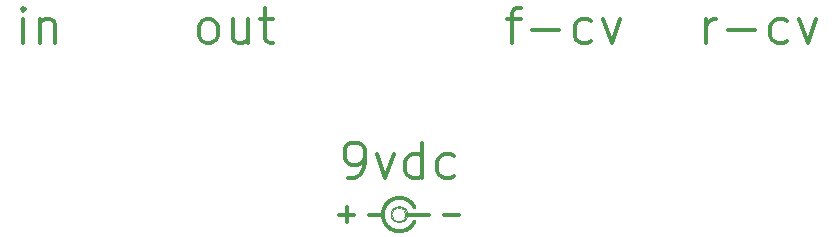
<source format=gto>
G04 #@! TF.GenerationSoftware,KiCad,Pcbnew,5.1.10-88a1d61d58~88~ubuntu20.04.1*
G04 #@! TF.CreationDate,2021-06-29T16:33:38-04:00*
G04 #@! TF.ProjectId,whooshy_sound_jack_panel,77686f6f-7368-4795-9f73-6f756e645f6a,0*
G04 #@! TF.SameCoordinates,Original*
G04 #@! TF.FileFunction,Legend,Top*
G04 #@! TF.FilePolarity,Positive*
%FSLAX46Y46*%
G04 Gerber Fmt 4.6, Leading zero omitted, Abs format (unit mm)*
G04 Created by KiCad (PCBNEW 5.1.10-88a1d61d58~88~ubuntu20.04.1) date 2021-06-29 16:33:38*
%MOMM*%
%LPD*%
G01*
G04 APERTURE LIST*
%ADD10C,0.300000*%
%ADD11C,0.120000*%
%ADD12C,1.100000*%
G04 APERTURE END LIST*
D10*
X112395000Y-56515000D02*
X113030000Y-56515000D01*
X112395000Y-57150000D02*
X112395000Y-56515000D01*
X112395000Y-55880000D02*
X112395000Y-56515000D01*
X111760000Y-56515000D02*
X112395000Y-56515000D01*
X114300000Y-56515000D02*
X115400000Y-56515000D01*
X120650000Y-56515000D02*
X121920000Y-56515000D01*
X116840000Y-56515000D02*
X119380000Y-56515000D01*
D11*
X117363634Y-56515000D02*
G75*
G03*
X117363634Y-56515000I-523634J0D01*
G01*
X117289013Y-56515000D02*
G75*
G03*
X117289013Y-56515000I-449013J0D01*
G01*
X117226255Y-56515000D02*
G75*
G03*
X117226255Y-56515000I-386255J0D01*
G01*
X117163788Y-56515000D02*
G75*
G03*
X117163788Y-56515000I-323788J0D01*
G01*
X117094000Y-56515000D02*
G75*
G03*
X117094000Y-56515000I-254000J0D01*
G01*
X117030500Y-56515000D02*
G75*
G03*
X117030500Y-56515000I-190500J0D01*
G01*
X116967000Y-56515000D02*
G75*
G03*
X116967000Y-56515000I-127000J0D01*
G01*
X116903500Y-56515000D02*
G75*
G03*
X116903500Y-56515000I-63500J0D01*
G01*
D10*
X118110332Y-57149333D02*
G75*
G02*
X118109999Y-55880001I-1270332J634333D01*
G01*
D11*
X117475000Y-56515000D02*
G75*
G03*
X117475000Y-56515000I-635000J0D01*
G01*
D10*
X112482857Y-53427142D02*
X113054285Y-53427142D01*
X113340000Y-53284285D01*
X113482857Y-53141428D01*
X113768571Y-52712857D01*
X113911428Y-52141428D01*
X113911428Y-50998571D01*
X113768571Y-50712857D01*
X113625714Y-50570000D01*
X113340000Y-50427142D01*
X112768571Y-50427142D01*
X112482857Y-50570000D01*
X112340000Y-50712857D01*
X112197142Y-50998571D01*
X112197142Y-51712857D01*
X112340000Y-51998571D01*
X112482857Y-52141428D01*
X112768571Y-52284285D01*
X113340000Y-52284285D01*
X113625714Y-52141428D01*
X113768571Y-51998571D01*
X113911428Y-51712857D01*
X114911428Y-51427142D02*
X115625714Y-53427142D01*
X116340000Y-51427142D01*
X118768571Y-53427142D02*
X118768571Y-50427142D01*
X118768571Y-53284285D02*
X118482857Y-53427142D01*
X117911428Y-53427142D01*
X117625714Y-53284285D01*
X117482857Y-53141428D01*
X117340000Y-52855714D01*
X117340000Y-51998571D01*
X117482857Y-51712857D01*
X117625714Y-51570000D01*
X117911428Y-51427142D01*
X118482857Y-51427142D01*
X118768571Y-51570000D01*
X121482857Y-53284285D02*
X121197142Y-53427142D01*
X120625714Y-53427142D01*
X120340000Y-53284285D01*
X120197142Y-53141428D01*
X120054285Y-52855714D01*
X120054285Y-51998571D01*
X120197142Y-51712857D01*
X120340000Y-51570000D01*
X120625714Y-51427142D01*
X121197142Y-51427142D01*
X121482857Y-51570000D01*
X142820000Y-41997142D02*
X142820000Y-39997142D01*
X142820000Y-40568571D02*
X142962857Y-40282857D01*
X143105714Y-40140000D01*
X143391428Y-39997142D01*
X143677142Y-39997142D01*
X144677142Y-40854285D02*
X146962857Y-40854285D01*
X149677142Y-41854285D02*
X149391428Y-41997142D01*
X148820000Y-41997142D01*
X148534285Y-41854285D01*
X148391428Y-41711428D01*
X148248571Y-41425714D01*
X148248571Y-40568571D01*
X148391428Y-40282857D01*
X148534285Y-40140000D01*
X148820000Y-39997142D01*
X149391428Y-39997142D01*
X149677142Y-40140000D01*
X150677142Y-39997142D02*
X151391428Y-41997142D01*
X152105714Y-39997142D01*
X125952857Y-39997142D02*
X127095714Y-39997142D01*
X126381428Y-41997142D02*
X126381428Y-39425714D01*
X126524285Y-39140000D01*
X126810000Y-38997142D01*
X127095714Y-38997142D01*
X128095714Y-40854285D02*
X130381428Y-40854285D01*
X133095714Y-41854285D02*
X132810000Y-41997142D01*
X132238571Y-41997142D01*
X131952857Y-41854285D01*
X131810000Y-41711428D01*
X131667142Y-41425714D01*
X131667142Y-40568571D01*
X131810000Y-40282857D01*
X131952857Y-40140000D01*
X132238571Y-39997142D01*
X132810000Y-39997142D01*
X133095714Y-40140000D01*
X134095714Y-39997142D02*
X134810000Y-41997142D01*
X135524285Y-39997142D01*
X100441428Y-41997142D02*
X100155714Y-41854285D01*
X100012857Y-41711428D01*
X99870000Y-41425714D01*
X99870000Y-40568571D01*
X100012857Y-40282857D01*
X100155714Y-40140000D01*
X100441428Y-39997142D01*
X100870000Y-39997142D01*
X101155714Y-40140000D01*
X101298571Y-40282857D01*
X101441428Y-40568571D01*
X101441428Y-41425714D01*
X101298571Y-41711428D01*
X101155714Y-41854285D01*
X100870000Y-41997142D01*
X100441428Y-41997142D01*
X104012857Y-39997142D02*
X104012857Y-41997142D01*
X102727142Y-39997142D02*
X102727142Y-41568571D01*
X102870000Y-41854285D01*
X103155714Y-41997142D01*
X103584285Y-41997142D01*
X103870000Y-41854285D01*
X104012857Y-41711428D01*
X105012857Y-39997142D02*
X106155714Y-39997142D01*
X105441428Y-38997142D02*
X105441428Y-41568571D01*
X105584285Y-41854285D01*
X105870000Y-41997142D01*
X106155714Y-41997142D01*
X85002857Y-41997142D02*
X85002857Y-39997142D01*
X85002857Y-38997142D02*
X84860000Y-39140000D01*
X85002857Y-39282857D01*
X85145714Y-39140000D01*
X85002857Y-38997142D01*
X85002857Y-39282857D01*
X86431428Y-39997142D02*
X86431428Y-41997142D01*
X86431428Y-40282857D02*
X86574285Y-40140000D01*
X86860000Y-39997142D01*
X87288571Y-39997142D01*
X87574285Y-40140000D01*
X87717142Y-40425714D01*
X87717142Y-41997142D01*
D11*
X117540000Y-56515000D02*
G75*
G03*
X117540000Y-56515000I-700000J0D01*
G01*
%LPC*%
D12*
X116840000Y-56515000D03*
M02*

</source>
